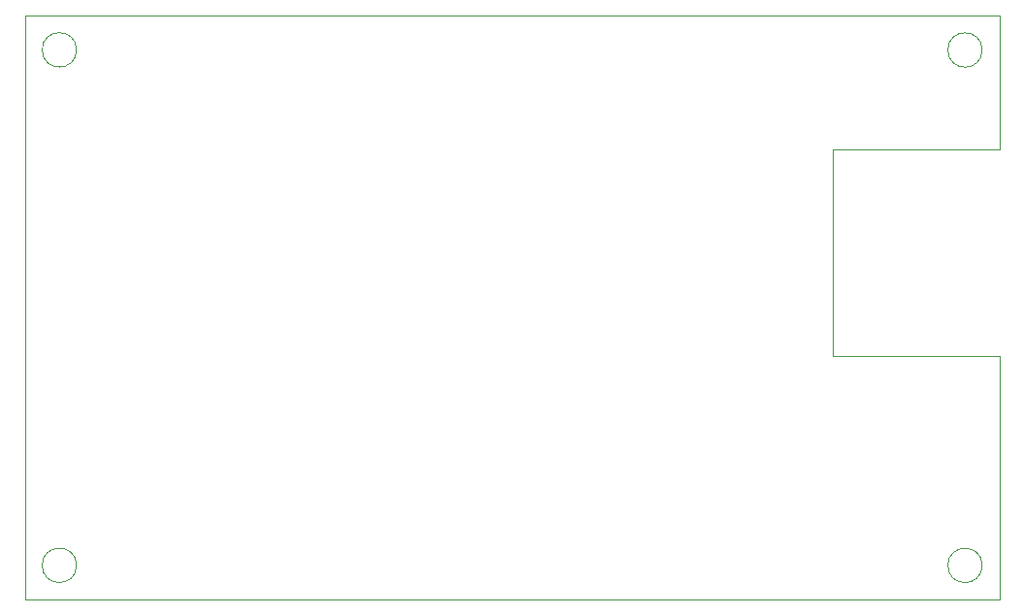
<source format=gbr>
G04 #@! TF.GenerationSoftware,KiCad,Pcbnew,5.1.6*
G04 #@! TF.CreationDate,2020-07-26T18:39:51+03:00*
G04 #@! TF.ProjectId,kicad-hamster-esp8266,6b696361-642d-4686-916d-737465722d65,rev?*
G04 #@! TF.SameCoordinates,Original*
G04 #@! TF.FileFunction,Profile,NP*
%FSLAX46Y46*%
G04 Gerber Fmt 4.6, Leading zero omitted, Abs format (unit mm)*
G04 Created by KiCad (PCBNEW 5.1.6) date 2020-07-26 18:39:51*
%MOMM*%
%LPD*%
G01*
G04 APERTURE LIST*
G04 #@! TA.AperFunction,Profile*
%ADD10C,0.100000*%
G04 #@! TD*
G04 #@! TA.AperFunction,Profile*
%ADD11C,0.050000*%
G04 #@! TD*
G04 APERTURE END LIST*
D10*
X195000000Y-55000000D02*
X195000000Y-66700000D01*
X195000000Y-106000000D02*
X195000000Y-84700000D01*
X180500000Y-84700000D02*
X195000000Y-84700000D01*
X180500000Y-66700000D02*
X180500000Y-84700000D01*
X195000000Y-66700000D02*
X180500000Y-66700000D01*
X110000000Y-55000000D02*
X195000000Y-55000000D01*
X110000000Y-106000000D02*
X110000000Y-55000000D01*
X195000000Y-106000000D02*
X110000000Y-106000000D01*
D11*
X114500000Y-102990000D02*
G75*
G03*
X114500000Y-102990000I-1500000J0D01*
G01*
X193500000Y-103000000D02*
G75*
G03*
X193500000Y-103000000I-1500000J0D01*
G01*
X193500000Y-58010000D02*
G75*
G03*
X193500000Y-58010000I-1500000J0D01*
G01*
X114500000Y-58000000D02*
G75*
G03*
X114500000Y-58000000I-1500000J0D01*
G01*
M02*

</source>
